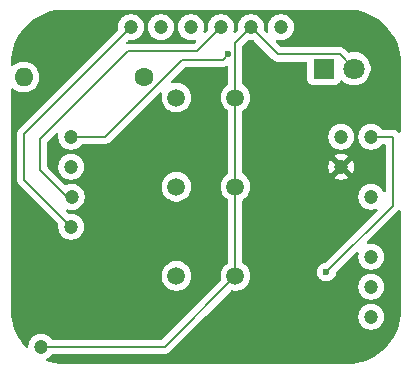
<source format=gbr>
%TF.GenerationSoftware,KiCad,Pcbnew,9.0.1*%
%TF.CreationDate,2025-06-15T21:57:09+03:00*%
%TF.ProjectId,mp3_player,6d70335f-706c-4617-9965-722e6b696361,rev?*%
%TF.SameCoordinates,Original*%
%TF.FileFunction,Copper,L1,Top*%
%TF.FilePolarity,Positive*%
%FSLAX46Y46*%
G04 Gerber Fmt 4.6, Leading zero omitted, Abs format (unit mm)*
G04 Created by KiCad (PCBNEW 9.0.1) date 2025-06-15 21:57:09*
%MOMM*%
%LPD*%
G01*
G04 APERTURE LIST*
%TA.AperFunction,ComponentPad*%
%ADD10C,1.200000*%
%TD*%
%TA.AperFunction,ComponentPad*%
%ADD11C,1.508000*%
%TD*%
%TA.AperFunction,ComponentPad*%
%ADD12C,1.600000*%
%TD*%
%TA.AperFunction,ComponentPad*%
%ADD13O,1.600000X1.600000*%
%TD*%
%TA.AperFunction,ComponentPad*%
%ADD14R,1.800000X1.800000*%
%TD*%
%TA.AperFunction,ComponentPad*%
%ADD15C,1.800000*%
%TD*%
%TA.AperFunction,ViaPad*%
%ADD16C,0.600000*%
%TD*%
%TA.AperFunction,Conductor*%
%ADD17C,0.200000*%
%TD*%
G04 APERTURE END LIST*
D10*
%TO.P,U3,12,GND*%
%TO.N,GND*%
X61061694Y-43099532D03*
%TO.P,U3,11,GND*%
%TO.N,Net-(D1-A)*%
X35661694Y-58339532D03*
%TO.P,U3,10,Vcc*%
%TO.N,+5V*%
X61061694Y-40559532D03*
%TO.P,U3,9,3.3V*%
%TO.N,Net-(U1-Vcc)*%
X38201694Y-40559532D03*
%TO.P,U3,8,IO32*%
%TO.N,Net-(U3-IO32)*%
X63601694Y-50719532D03*
%TO.P,U3,7,IO27*%
%TO.N,Net-(U3-IO27)*%
X63601694Y-55799532D03*
%TO.P,U3,6,IO25*%
%TO.N,Net-(U3-IO25)*%
X63601694Y-53259532D03*
%TO.P,U3,5,IO4*%
%TO.N,Net-(U1-SS)*%
X63601694Y-45639532D03*
%TO.P,U3,4,IO2*%
%TO.N,Net-(U1-SCK)*%
X63601694Y-40559532D03*
%TO.P,U3,3,IO19*%
%TO.N,Net-(U1-MISO)*%
X38201694Y-48179532D03*
%TO.P,U3,2,IO23*%
%TO.N,Net-(U1-MOSI)*%
X38228604Y-45658652D03*
%TO.P,U3,1,IO5*%
%TO.N,Net-(U3-IO5)*%
X38201694Y-43099532D03*
%TD*%
D11*
%TO.P,SW2,1,1*%
%TO.N,Net-(U3-IO27)*%
X47100847Y-52349766D03*
%TO.P,SW2,2,2*%
%TO.N,Net-(D1-A)*%
X52100847Y-52349766D03*
%TD*%
%TO.P,SW3,1,1*%
%TO.N,Net-(U3-IO32)*%
X47100847Y-37249766D03*
%TO.P,SW3,2,2*%
%TO.N,Net-(D1-A)*%
X52100847Y-37249766D03*
%TD*%
D12*
%TO.P,R1,1*%
%TO.N,Net-(U3-IO5)*%
X44345847Y-35500914D03*
D13*
%TO.P,R1,2*%
%TO.N,Net-(D1-K)*%
X34185847Y-35500914D03*
%TD*%
D11*
%TO.P,SW1,1,1*%
%TO.N,Net-(U3-IO25)*%
X47100847Y-44799766D03*
%TO.P,SW1,2,2*%
%TO.N,Net-(D1-A)*%
X52100847Y-44799766D03*
%TD*%
D14*
%TO.P,D1,1,K*%
%TO.N,Net-(D1-K)*%
X59600847Y-34799766D03*
D15*
%TO.P,D1,2,A*%
%TO.N,Net-(D1-A)*%
X62140847Y-34799766D03*
%TD*%
D10*
%TO.P,U1,1,MISO*%
%TO.N,Net-(U1-MISO)*%
X43250847Y-31299766D03*
%TO.P,U1,2,SCK*%
%TO.N,Net-(U1-SCK)*%
X45790847Y-31299766D03*
%TO.P,U1,3,SS*%
%TO.N,Net-(U1-SS)*%
X48330847Y-31299766D03*
%TO.P,U1,4,MOSI*%
%TO.N,Net-(U1-MOSI)*%
X50870847Y-31299766D03*
%TO.P,U1,5,GND*%
%TO.N,Net-(D1-A)*%
X53410847Y-31299766D03*
%TO.P,U1,6,Vcc*%
%TO.N,Net-(U1-Vcc)*%
X55950847Y-31299766D03*
%TD*%
D16*
%TO.N,Net-(U1-Vcc)*%
X51500847Y-33599532D03*
%TO.N,Net-(U1-SCK)*%
X59811271Y-52019109D03*
%TD*%
D17*
%TO.N,Net-(U1-MISO)*%
X34241271Y-40309342D02*
X43250847Y-31299766D01*
X34241271Y-44219109D02*
X34241271Y-40309342D01*
X38201694Y-48179532D02*
X34241271Y-44219109D01*
%TO.N,Net-(U1-MOSI)*%
X48851504Y-33319109D02*
X50870847Y-31299766D01*
%TO.N,Net-(U1-Vcc)*%
X51071270Y-34029109D02*
X47613711Y-34029109D01*
X51500847Y-33599532D02*
X51071270Y-34029109D01*
%TO.N,Net-(U1-MOSI)*%
X35581271Y-40719109D02*
X42981271Y-33319109D01*
%TO.N,Net-(U1-SCK)*%
X65411694Y-40559532D02*
X63601694Y-40559532D01*
%TO.N,Net-(U1-Vcc)*%
X41083288Y-40559532D02*
X38201694Y-40559532D01*
%TO.N,Net-(U1-MOSI)*%
X38228604Y-45658652D02*
X37850814Y-45658652D01*
X42981271Y-33319109D02*
X48851504Y-33319109D01*
%TO.N,Net-(U1-SCK)*%
X65441271Y-40589109D02*
X65411694Y-40559532D01*
X65441271Y-46389109D02*
X65441271Y-40589109D01*
%TO.N,Net-(U1-MOSI)*%
X37850814Y-45658652D02*
X35581271Y-43389109D01*
X35581271Y-43389109D02*
X35581271Y-40719109D01*
%TO.N,Net-(U1-Vcc)*%
X47613711Y-34029109D02*
X41083288Y-40559532D01*
%TO.N,Net-(D1-A)*%
X60939847Y-33598766D02*
X55709847Y-33598766D01*
X46111081Y-58339532D02*
X52100847Y-52349766D01*
X52100847Y-37249766D02*
X52100847Y-44799766D01*
%TO.N,Net-(U1-SCK)*%
X59811271Y-52019109D02*
X65441271Y-46389109D01*
%TO.N,Net-(D1-A)*%
X52100847Y-32609766D02*
X53410847Y-31299766D01*
X55709847Y-33598766D02*
X53410847Y-31299766D01*
X52100847Y-44799766D02*
X52100847Y-52349766D01*
X52100847Y-37249766D02*
X52100847Y-32609766D01*
X35661694Y-58339532D02*
X46111081Y-58339532D01*
X62140847Y-34799766D02*
X60939847Y-33598766D01*
%TD*%
%TA.AperFunction,Conductor*%
%TO.N,GND*%
G36*
X61603549Y-29800383D02*
G01*
X61987621Y-29817152D01*
X61998353Y-29818092D01*
X62376823Y-29867918D01*
X62387442Y-29869790D01*
X62760133Y-29952413D01*
X62770559Y-29955207D01*
X63134612Y-30069992D01*
X63144759Y-30073685D01*
X63497427Y-30219765D01*
X63507218Y-30224331D01*
X63845791Y-30400581D01*
X63855158Y-30405988D01*
X63856747Y-30407001D01*
X64177094Y-30611083D01*
X64185951Y-30617285D01*
X64488779Y-30849653D01*
X64497054Y-30856596D01*
X64778498Y-31114491D01*
X64786141Y-31122135D01*
X65044007Y-31403547D01*
X65050961Y-31411834D01*
X65283333Y-31714667D01*
X65289537Y-31723528D01*
X65313423Y-31761021D01*
X65476306Y-32016696D01*
X65494622Y-32045445D01*
X65500027Y-32054807D01*
X65596952Y-32240997D01*
X65676282Y-32393388D01*
X65680854Y-32403192D01*
X65826928Y-32755845D01*
X65830628Y-32766011D01*
X65945406Y-33130041D01*
X65948206Y-33140489D01*
X66030825Y-33513156D01*
X66032703Y-33523809D01*
X66082525Y-33902238D01*
X66083468Y-33913015D01*
X66100229Y-34296902D01*
X66100347Y-34302311D01*
X66100347Y-40099586D01*
X66094108Y-40120831D01*
X66092529Y-40142919D01*
X66084456Y-40153702D01*
X66080662Y-40166625D01*
X66063930Y-40181123D01*
X66050658Y-40198853D01*
X66038035Y-40203560D01*
X66027858Y-40212380D01*
X66005942Y-40215531D01*
X65985194Y-40223270D01*
X65972032Y-40220407D01*
X65958700Y-40222324D01*
X65938558Y-40213125D01*
X65916921Y-40208419D01*
X65899192Y-40195147D01*
X65895144Y-40193299D01*
X65888666Y-40187268D01*
X65855100Y-40153702D01*
X65809987Y-40108589D01*
X65780410Y-40079012D01*
X65693598Y-40028892D01*
X65693598Y-40028891D01*
X65693594Y-40028890D01*
X65643479Y-39999955D01*
X65490751Y-39959031D01*
X65332637Y-39959031D01*
X65325041Y-39959031D01*
X65325025Y-39959032D01*
X64588879Y-39959032D01*
X64521840Y-39939347D01*
X64488561Y-39907918D01*
X64441108Y-39842604D01*
X64318622Y-39720118D01*
X64178482Y-39618300D01*
X64024139Y-39539659D01*
X63859395Y-39486130D01*
X63859393Y-39486129D01*
X63859392Y-39486129D01*
X63727965Y-39465313D01*
X63688305Y-39459032D01*
X63515083Y-39459032D01*
X63475422Y-39465313D01*
X63343996Y-39486129D01*
X63179246Y-39539660D01*
X63024905Y-39618300D01*
X62944950Y-39676391D01*
X62884766Y-39720118D01*
X62884764Y-39720120D01*
X62884763Y-39720120D01*
X62762282Y-39842601D01*
X62762282Y-39842602D01*
X62762280Y-39842604D01*
X62718553Y-39902788D01*
X62660462Y-39982743D01*
X62581822Y-40137084D01*
X62528291Y-40301834D01*
X62501194Y-40472921D01*
X62501194Y-40646142D01*
X62525272Y-40798169D01*
X62528292Y-40817233D01*
X62581821Y-40981977D01*
X62660462Y-41136320D01*
X62762280Y-41276460D01*
X62884766Y-41398946D01*
X63024906Y-41500764D01*
X63179249Y-41579405D01*
X63343993Y-41632934D01*
X63515083Y-41660032D01*
X63515084Y-41660032D01*
X63688304Y-41660032D01*
X63688305Y-41660032D01*
X63859395Y-41632934D01*
X64024139Y-41579405D01*
X64178482Y-41500764D01*
X64318622Y-41398946D01*
X64441108Y-41276460D01*
X64488562Y-41211145D01*
X64492893Y-41207805D01*
X64495166Y-41202829D01*
X64520265Y-41186698D01*
X64543891Y-41168481D01*
X64550562Y-41167228D01*
X64553944Y-41165055D01*
X64588879Y-41160032D01*
X64716771Y-41160032D01*
X64783810Y-41179717D01*
X64829565Y-41232521D01*
X64840771Y-41284032D01*
X64840771Y-45130800D01*
X64821086Y-45197839D01*
X64768282Y-45243594D01*
X64699124Y-45253538D01*
X64635568Y-45224513D01*
X64606286Y-45187095D01*
X64572681Y-45121143D01*
X64542926Y-45062744D01*
X64441108Y-44922604D01*
X64318622Y-44800118D01*
X64178482Y-44698300D01*
X64024139Y-44619659D01*
X63859395Y-44566130D01*
X63859393Y-44566129D01*
X63859392Y-44566129D01*
X63727965Y-44545313D01*
X63688305Y-44539032D01*
X63515083Y-44539032D01*
X63475422Y-44545313D01*
X63343996Y-44566129D01*
X63179246Y-44619660D01*
X63024905Y-44698300D01*
X62944950Y-44756391D01*
X62884766Y-44800118D01*
X62884764Y-44800120D01*
X62884763Y-44800120D01*
X62762282Y-44922601D01*
X62762282Y-44922602D01*
X62762280Y-44922604D01*
X62718553Y-44982788D01*
X62660462Y-45062743D01*
X62581822Y-45217084D01*
X62581821Y-45217086D01*
X62581821Y-45217087D01*
X62573208Y-45243594D01*
X62528291Y-45381834D01*
X62501194Y-45552921D01*
X62501194Y-45726142D01*
X62525088Y-45877007D01*
X62528292Y-45897233D01*
X62581821Y-46061977D01*
X62660462Y-46216320D01*
X62762280Y-46356460D01*
X62884766Y-46478946D01*
X63024906Y-46580764D01*
X63179249Y-46659405D01*
X63343993Y-46712934D01*
X63515083Y-46740032D01*
X63515084Y-46740032D01*
X63688304Y-46740032D01*
X63688305Y-46740032D01*
X63859395Y-46712934D01*
X63973764Y-46675772D01*
X64043600Y-46673778D01*
X64103433Y-46709857D01*
X64134262Y-46772558D01*
X64126298Y-46841972D01*
X64099759Y-46881385D01*
X59796610Y-51184534D01*
X59735287Y-51218019D01*
X59733121Y-51218470D01*
X59577779Y-51249370D01*
X59577769Y-51249373D01*
X59432098Y-51309711D01*
X59432085Y-51309718D01*
X59300982Y-51397319D01*
X59300978Y-51397322D01*
X59189484Y-51508816D01*
X59189481Y-51508820D01*
X59101880Y-51639923D01*
X59101873Y-51639936D01*
X59041535Y-51785607D01*
X59041532Y-51785619D01*
X59010771Y-51940262D01*
X59010771Y-52097955D01*
X59041532Y-52252598D01*
X59041535Y-52252610D01*
X59101873Y-52398281D01*
X59101880Y-52398294D01*
X59189481Y-52529397D01*
X59189484Y-52529401D01*
X59300978Y-52640895D01*
X59300982Y-52640898D01*
X59432085Y-52728499D01*
X59432098Y-52728506D01*
X59502428Y-52757637D01*
X59577774Y-52788846D01*
X59732424Y-52819608D01*
X59732427Y-52819609D01*
X59732429Y-52819609D01*
X59890115Y-52819609D01*
X59890116Y-52819608D01*
X60044768Y-52788846D01*
X60190450Y-52728503D01*
X60321560Y-52640898D01*
X60433060Y-52529398D01*
X60520665Y-52398288D01*
X60581008Y-52252606D01*
X60600384Y-52155194D01*
X60611909Y-52097259D01*
X60644294Y-52035348D01*
X60645789Y-52033825D01*
X62316873Y-50362741D01*
X62378195Y-50329257D01*
X62447887Y-50334241D01*
X62503820Y-50376113D01*
X62528237Y-50441577D01*
X62527026Y-50469820D01*
X62501194Y-50632920D01*
X62501194Y-50632921D01*
X62501194Y-50806143D01*
X62528292Y-50977233D01*
X62581821Y-51141977D01*
X62660462Y-51296320D01*
X62762280Y-51436460D01*
X62884766Y-51558946D01*
X63024906Y-51660764D01*
X63179249Y-51739405D01*
X63343993Y-51792934D01*
X63515083Y-51820032D01*
X63515084Y-51820032D01*
X63688304Y-51820032D01*
X63688305Y-51820032D01*
X63859395Y-51792934D01*
X64024139Y-51739405D01*
X64178482Y-51660764D01*
X64318622Y-51558946D01*
X64441108Y-51436460D01*
X64542926Y-51296320D01*
X64621567Y-51141977D01*
X64675096Y-50977233D01*
X64702194Y-50806143D01*
X64702194Y-50632921D01*
X64675096Y-50461831D01*
X64621567Y-50297087D01*
X64542926Y-50142744D01*
X64441108Y-50002604D01*
X64318622Y-49880118D01*
X64178482Y-49778300D01*
X64024139Y-49699659D01*
X63859395Y-49646130D01*
X63859393Y-49646129D01*
X63859392Y-49646129D01*
X63727965Y-49625313D01*
X63688305Y-49619032D01*
X63515083Y-49619032D01*
X63351982Y-49644864D01*
X63282689Y-49635909D01*
X63229237Y-49590913D01*
X63208598Y-49524161D01*
X63227323Y-49456848D01*
X63244904Y-49434710D01*
X64413472Y-48266142D01*
X65809984Y-46869630D01*
X65809987Y-46869629D01*
X65888669Y-46790946D01*
X65949991Y-46757464D01*
X65989821Y-46760313D01*
X66019681Y-46762449D01*
X66019682Y-46762449D01*
X66019683Y-46762450D01*
X66075615Y-46804322D01*
X66086076Y-46832370D01*
X66100031Y-46869785D01*
X66100347Y-46878631D01*
X66100347Y-55297059D01*
X66100229Y-55302468D01*
X66083461Y-55686518D01*
X66082518Y-55697294D01*
X66032697Y-56075725D01*
X66030819Y-56086379D01*
X65948202Y-56459040D01*
X65945402Y-56469488D01*
X65830623Y-56833522D01*
X65826923Y-56843688D01*
X65680850Y-57196339D01*
X65676278Y-57206143D01*
X65500031Y-57544709D01*
X65494623Y-57554077D01*
X65289533Y-57876006D01*
X65283328Y-57884868D01*
X65050959Y-58187696D01*
X65044006Y-58195982D01*
X64786127Y-58477409D01*
X64778477Y-58485058D01*
X64497065Y-58742924D01*
X64488778Y-58749878D01*
X64185945Y-58982249D01*
X64177084Y-58988453D01*
X63855167Y-59193538D01*
X63845799Y-59198947D01*
X63507224Y-59375198D01*
X63497420Y-59379770D01*
X63144768Y-59525843D01*
X63134602Y-59529543D01*
X62770569Y-59644322D01*
X62760120Y-59647122D01*
X62387458Y-59729739D01*
X62376805Y-59731617D01*
X61998375Y-59781438D01*
X61987599Y-59782381D01*
X61603573Y-59799148D01*
X61598164Y-59799266D01*
X37603553Y-59799266D01*
X37598144Y-59799148D01*
X37214096Y-59782380D01*
X37203320Y-59781437D01*
X36824890Y-59731615D01*
X36814237Y-59729737D01*
X36441583Y-59647122D01*
X36441575Y-59647120D01*
X36431132Y-59644322D01*
X36160421Y-59558966D01*
X36102405Y-59520034D01*
X36074646Y-59455915D01*
X36085960Y-59386967D01*
X36132753Y-59335081D01*
X36141416Y-59330221D01*
X36238480Y-59280765D01*
X36238479Y-59280765D01*
X36238482Y-59280764D01*
X36378622Y-59178946D01*
X36501108Y-59056460D01*
X36548562Y-58991145D01*
X36603891Y-58948481D01*
X36648879Y-58940032D01*
X46024412Y-58940032D01*
X46024428Y-58940033D01*
X46032024Y-58940033D01*
X46190135Y-58940033D01*
X46190138Y-58940033D01*
X46342866Y-58899109D01*
X46392985Y-58870171D01*
X46479797Y-58820052D01*
X46591601Y-58708248D01*
X46591601Y-58708246D01*
X46601809Y-58698039D01*
X46601811Y-58698036D01*
X49586925Y-55712921D01*
X62501194Y-55712921D01*
X62501194Y-55886143D01*
X62528292Y-56057233D01*
X62581821Y-56221977D01*
X62660462Y-56376320D01*
X62762280Y-56516460D01*
X62884766Y-56638946D01*
X63024906Y-56740764D01*
X63179249Y-56819405D01*
X63343993Y-56872934D01*
X63515083Y-56900032D01*
X63515084Y-56900032D01*
X63688304Y-56900032D01*
X63688305Y-56900032D01*
X63859395Y-56872934D01*
X64024139Y-56819405D01*
X64178482Y-56740764D01*
X64318622Y-56638946D01*
X64441108Y-56516460D01*
X64542926Y-56376320D01*
X64621567Y-56221977D01*
X64675096Y-56057233D01*
X64702194Y-55886143D01*
X64702194Y-55712921D01*
X64675096Y-55541831D01*
X64621567Y-55377087D01*
X64542926Y-55222744D01*
X64441108Y-55082604D01*
X64318622Y-54960118D01*
X64178482Y-54858300D01*
X64024139Y-54779659D01*
X63859395Y-54726130D01*
X63859393Y-54726129D01*
X63859392Y-54726129D01*
X63727965Y-54705313D01*
X63688305Y-54699032D01*
X63515083Y-54699032D01*
X63475422Y-54705313D01*
X63343996Y-54726129D01*
X63179246Y-54779660D01*
X63024905Y-54858300D01*
X62944950Y-54916391D01*
X62884766Y-54960118D01*
X62884764Y-54960120D01*
X62884763Y-54960120D01*
X62762282Y-55082601D01*
X62762282Y-55082602D01*
X62762280Y-55082604D01*
X62718553Y-55142788D01*
X62660462Y-55222743D01*
X62581822Y-55377084D01*
X62528291Y-55541834D01*
X62505376Y-55686516D01*
X62501194Y-55712921D01*
X49586925Y-55712921D01*
X51692975Y-53606871D01*
X51754296Y-53573388D01*
X51802068Y-53573899D01*
X51802272Y-53572614D01*
X52002111Y-53604266D01*
X52002116Y-53604266D01*
X52199583Y-53604266D01*
X52394610Y-53573376D01*
X52396955Y-53572614D01*
X52582408Y-53512357D01*
X52758348Y-53422710D01*
X52863736Y-53346142D01*
X52918093Y-53306650D01*
X52918095Y-53306647D01*
X52918099Y-53306645D01*
X53051823Y-53172921D01*
X62501194Y-53172921D01*
X62501194Y-53346142D01*
X62527519Y-53512357D01*
X62528292Y-53517233D01*
X62581821Y-53681977D01*
X62660462Y-53836320D01*
X62762280Y-53976460D01*
X62884766Y-54098946D01*
X63024906Y-54200764D01*
X63179249Y-54279405D01*
X63343993Y-54332934D01*
X63515083Y-54360032D01*
X63515084Y-54360032D01*
X63688304Y-54360032D01*
X63688305Y-54360032D01*
X63859395Y-54332934D01*
X64024139Y-54279405D01*
X64178482Y-54200764D01*
X64318622Y-54098946D01*
X64441108Y-53976460D01*
X64542926Y-53836320D01*
X64621567Y-53681977D01*
X64675096Y-53517233D01*
X64702194Y-53346143D01*
X64702194Y-53172921D01*
X64675096Y-53001831D01*
X64621567Y-52837087D01*
X64542926Y-52682744D01*
X64441108Y-52542604D01*
X64318622Y-52420118D01*
X64178482Y-52318300D01*
X64024139Y-52239659D01*
X63859395Y-52186130D01*
X63859393Y-52186129D01*
X63859392Y-52186129D01*
X63727965Y-52165313D01*
X63688305Y-52159032D01*
X63515083Y-52159032D01*
X63475422Y-52165313D01*
X63343996Y-52186129D01*
X63179246Y-52239660D01*
X63024905Y-52318300D01*
X62944950Y-52376391D01*
X62884766Y-52420118D01*
X62884764Y-52420120D01*
X62884763Y-52420120D01*
X62762282Y-52542601D01*
X62762282Y-52542602D01*
X62762280Y-52542604D01*
X62718553Y-52602788D01*
X62660462Y-52682743D01*
X62581822Y-52837084D01*
X62528291Y-53001834D01*
X62501194Y-53172921D01*
X53051823Y-53172921D01*
X53057726Y-53167018D01*
X53173791Y-53007267D01*
X53263438Y-52831327D01*
X53324457Y-52643529D01*
X53340442Y-52542604D01*
X53355347Y-52448502D01*
X53355347Y-52251029D01*
X53324457Y-52056002D01*
X53286852Y-51940267D01*
X53263438Y-51868205D01*
X53173791Y-51692265D01*
X53166333Y-51682000D01*
X53057731Y-51532519D01*
X52918093Y-51392881D01*
X52754407Y-51273958D01*
X52755446Y-51272527D01*
X52713680Y-51226359D01*
X52701347Y-51172448D01*
X52701347Y-45977083D01*
X52721032Y-45910044D01*
X52755173Y-45876629D01*
X52754406Y-45875573D01*
X52758343Y-45872712D01*
X52758348Y-45872710D01*
X52918099Y-45756645D01*
X53057726Y-45617018D01*
X53057728Y-45617014D01*
X53057731Y-45617012D01*
X53108626Y-45546958D01*
X53173791Y-45457267D01*
X53263438Y-45281327D01*
X53324457Y-45093529D01*
X53348501Y-44941722D01*
X53355347Y-44898502D01*
X53355347Y-44701029D01*
X53324457Y-44506002D01*
X53304117Y-44443403D01*
X53263438Y-44318205D01*
X53173791Y-44142265D01*
X53115074Y-44061447D01*
X53115073Y-44061444D01*
X53057731Y-43982520D01*
X53057727Y-43982515D01*
X52918093Y-43842881D01*
X52754407Y-43723958D01*
X52755446Y-43722527D01*
X52713680Y-43676359D01*
X52701347Y-43622448D01*
X52701347Y-43012960D01*
X59961694Y-43012960D01*
X59961694Y-43186103D01*
X59988779Y-43357116D01*
X60042286Y-43521791D01*
X60120890Y-43676057D01*
X60125403Y-43682268D01*
X60125403Y-43682269D01*
X60661694Y-43145978D01*
X60661694Y-43152193D01*
X60688953Y-43253926D01*
X60741614Y-43345138D01*
X60816088Y-43419612D01*
X60907300Y-43472273D01*
X61009033Y-43499532D01*
X61015247Y-43499532D01*
X60478955Y-44035821D01*
X60478956Y-44035822D01*
X60485165Y-44040333D01*
X60639436Y-44118940D01*
X60804109Y-44172446D01*
X60975123Y-44199532D01*
X61148265Y-44199532D01*
X61319278Y-44172446D01*
X61483951Y-44118940D01*
X61638219Y-44040335D01*
X61644430Y-44035821D01*
X61644431Y-44035821D01*
X61108142Y-43499532D01*
X61114355Y-43499532D01*
X61216088Y-43472273D01*
X61307300Y-43419612D01*
X61381774Y-43345138D01*
X61434435Y-43253926D01*
X61461694Y-43152193D01*
X61461694Y-43145980D01*
X61997983Y-43682269D01*
X61997983Y-43682268D01*
X62002497Y-43676057D01*
X62081102Y-43521789D01*
X62134608Y-43357116D01*
X62161694Y-43186103D01*
X62161694Y-43012960D01*
X62134608Y-42841947D01*
X62081102Y-42677274D01*
X62002495Y-42523003D01*
X61997984Y-42516794D01*
X61997983Y-42516793D01*
X61461694Y-43053083D01*
X61461694Y-43046871D01*
X61434435Y-42945138D01*
X61381774Y-42853926D01*
X61307300Y-42779452D01*
X61216088Y-42726791D01*
X61114355Y-42699532D01*
X61108141Y-42699532D01*
X61644431Y-42163241D01*
X61638219Y-42158728D01*
X61483953Y-42080124D01*
X61319278Y-42026617D01*
X61148265Y-41999532D01*
X60975123Y-41999532D01*
X60804109Y-42026617D01*
X60639434Y-42080124D01*
X60485174Y-42158725D01*
X60485157Y-42158735D01*
X60478955Y-42163240D01*
X60478955Y-42163241D01*
X61015248Y-42699532D01*
X61009033Y-42699532D01*
X60907300Y-42726791D01*
X60816088Y-42779452D01*
X60741614Y-42853926D01*
X60688953Y-42945138D01*
X60661694Y-43046871D01*
X60661694Y-43053084D01*
X60125403Y-42516793D01*
X60125402Y-42516793D01*
X60120897Y-42522995D01*
X60120887Y-42523012D01*
X60042286Y-42677272D01*
X59988779Y-42841947D01*
X59961694Y-43012960D01*
X52701347Y-43012960D01*
X52701347Y-40472921D01*
X59961194Y-40472921D01*
X59961194Y-40646142D01*
X59985272Y-40798169D01*
X59988292Y-40817233D01*
X60041821Y-40981977D01*
X60120462Y-41136320D01*
X60222280Y-41276460D01*
X60344766Y-41398946D01*
X60484906Y-41500764D01*
X60639249Y-41579405D01*
X60803993Y-41632934D01*
X60975083Y-41660032D01*
X60975084Y-41660032D01*
X61148304Y-41660032D01*
X61148305Y-41660032D01*
X61319395Y-41632934D01*
X61484139Y-41579405D01*
X61638482Y-41500764D01*
X61778622Y-41398946D01*
X61901108Y-41276460D01*
X62002926Y-41136320D01*
X62081567Y-40981977D01*
X62135096Y-40817233D01*
X62162194Y-40646143D01*
X62162194Y-40472921D01*
X62135096Y-40301831D01*
X62081567Y-40137087D01*
X62002926Y-39982744D01*
X61901108Y-39842604D01*
X61778622Y-39720118D01*
X61638482Y-39618300D01*
X61484139Y-39539659D01*
X61319395Y-39486130D01*
X61319393Y-39486129D01*
X61319392Y-39486129D01*
X61187965Y-39465313D01*
X61148305Y-39459032D01*
X60975083Y-39459032D01*
X60935422Y-39465313D01*
X60803996Y-39486129D01*
X60639246Y-39539660D01*
X60484905Y-39618300D01*
X60404950Y-39676391D01*
X60344766Y-39720118D01*
X60344764Y-39720120D01*
X60344763Y-39720120D01*
X60222282Y-39842601D01*
X60222282Y-39842602D01*
X60222280Y-39842604D01*
X60178553Y-39902788D01*
X60120462Y-39982743D01*
X60041822Y-40137084D01*
X59988291Y-40301834D01*
X59961194Y-40472921D01*
X52701347Y-40472921D01*
X52701347Y-38427083D01*
X52721032Y-38360044D01*
X52755173Y-38326629D01*
X52754406Y-38325573D01*
X52758343Y-38322712D01*
X52758348Y-38322710D01*
X52918099Y-38206645D01*
X53057726Y-38067018D01*
X53057728Y-38067014D01*
X53057731Y-38067012D01*
X53108626Y-37996958D01*
X53173791Y-37907267D01*
X53263438Y-37731327D01*
X53324457Y-37543529D01*
X53355347Y-37348502D01*
X53355347Y-37151029D01*
X53324457Y-36956002D01*
X53283254Y-36829193D01*
X53263438Y-36768205D01*
X53173791Y-36592265D01*
X53166333Y-36582000D01*
X53057731Y-36432519D01*
X52918093Y-36292881D01*
X52754407Y-36173958D01*
X52755446Y-36172527D01*
X52713680Y-36126359D01*
X52701347Y-36072448D01*
X52701347Y-32909863D01*
X52721032Y-32842824D01*
X52737666Y-32822182D01*
X52913728Y-32646120D01*
X53137421Y-32422426D01*
X53198742Y-32388943D01*
X53244494Y-32387636D01*
X53324236Y-32400266D01*
X53324238Y-32400266D01*
X53497456Y-32400266D01*
X53497458Y-32400266D01*
X53577197Y-32387636D01*
X53646488Y-32396590D01*
X53684274Y-32422428D01*
X55224986Y-33963140D01*
X55224996Y-33963151D01*
X55229326Y-33967481D01*
X55229327Y-33967482D01*
X55341131Y-34079286D01*
X55341133Y-34079287D01*
X55341137Y-34079290D01*
X55394017Y-34109820D01*
X55394022Y-34109822D01*
X55478056Y-34158340D01*
X55478057Y-34158341D01*
X55478059Y-34158341D01*
X55478062Y-34158343D01*
X55630790Y-34199267D01*
X55630793Y-34199267D01*
X55796500Y-34199267D01*
X55796516Y-34199266D01*
X58076347Y-34199266D01*
X58143386Y-34218951D01*
X58189141Y-34271755D01*
X58200347Y-34323266D01*
X58200347Y-35747636D01*
X58200348Y-35747642D01*
X58206755Y-35807249D01*
X58257049Y-35942094D01*
X58257053Y-35942101D01*
X58343299Y-36057310D01*
X58343302Y-36057313D01*
X58458511Y-36143559D01*
X58458518Y-36143563D01*
X58593364Y-36193857D01*
X58593363Y-36193857D01*
X58600291Y-36194601D01*
X58652974Y-36200266D01*
X60548719Y-36200265D01*
X60608330Y-36193857D01*
X60743178Y-36143562D01*
X60858393Y-36057312D01*
X60944643Y-35942097D01*
X60972276Y-35868009D01*
X60974448Y-35862186D01*
X61016318Y-35806252D01*
X61081783Y-35781834D01*
X61150056Y-35796685D01*
X61178311Y-35817837D01*
X61228483Y-35868009D01*
X61228488Y-35868013D01*
X61319278Y-35933975D01*
X61406825Y-35997581D01*
X61535222Y-36063003D01*
X61603240Y-36097661D01*
X61603243Y-36097662D01*
X61691566Y-36126359D01*
X61812896Y-36165781D01*
X62030625Y-36200266D01*
X62030626Y-36200266D01*
X62251068Y-36200266D01*
X62251069Y-36200266D01*
X62468798Y-36165781D01*
X62678453Y-36097661D01*
X62874869Y-35997581D01*
X63053212Y-35868008D01*
X63209089Y-35712131D01*
X63338662Y-35533788D01*
X63438742Y-35337372D01*
X63506862Y-35127717D01*
X63541347Y-34909988D01*
X63541347Y-34689544D01*
X63506862Y-34471815D01*
X63450961Y-34299766D01*
X63438743Y-34262162D01*
X63438742Y-34262159D01*
X63385843Y-34158341D01*
X63338662Y-34065744D01*
X63322107Y-34042958D01*
X63209094Y-33887407D01*
X63209090Y-33887402D01*
X63053210Y-33731522D01*
X63053205Y-33731518D01*
X62874872Y-33601953D01*
X62874871Y-33601952D01*
X62874869Y-33601951D01*
X62811943Y-33569888D01*
X62678453Y-33501870D01*
X62678450Y-33501869D01*
X62468799Y-33433751D01*
X62312047Y-33408924D01*
X62251069Y-33399266D01*
X62030625Y-33399266D01*
X61987079Y-33406163D01*
X61812892Y-33433751D01*
X61742641Y-33456577D01*
X61672800Y-33458572D01*
X61616643Y-33426327D01*
X61427437Y-33237121D01*
X61427435Y-33237118D01*
X61308564Y-33118247D01*
X61308563Y-33118246D01*
X61221751Y-33068126D01*
X61221751Y-33068125D01*
X61221747Y-33068124D01*
X61171632Y-33039189D01*
X61018904Y-32998265D01*
X60860790Y-32998265D01*
X60853194Y-32998265D01*
X60853178Y-32998266D01*
X56009944Y-32998266D01*
X55942905Y-32978581D01*
X55922263Y-32961947D01*
X55525594Y-32565278D01*
X55492109Y-32503955D01*
X55497093Y-32434263D01*
X55538965Y-32378330D01*
X55604429Y-32353913D01*
X55651589Y-32359665D01*
X55693146Y-32373168D01*
X55864236Y-32400266D01*
X55864237Y-32400266D01*
X56037457Y-32400266D01*
X56037458Y-32400266D01*
X56208548Y-32373168D01*
X56373292Y-32319639D01*
X56527635Y-32240998D01*
X56667775Y-32139180D01*
X56790261Y-32016694D01*
X56892079Y-31876554D01*
X56970720Y-31722211D01*
X57024249Y-31557467D01*
X57051347Y-31386377D01*
X57051347Y-31213155D01*
X57024249Y-31042065D01*
X56970720Y-30877321D01*
X56892079Y-30722978D01*
X56790261Y-30582838D01*
X56667775Y-30460352D01*
X56527635Y-30358534D01*
X56373292Y-30279893D01*
X56208548Y-30226364D01*
X56208546Y-30226363D01*
X56208545Y-30226363D01*
X56077118Y-30205547D01*
X56037458Y-30199266D01*
X55864236Y-30199266D01*
X55824575Y-30205547D01*
X55693149Y-30226363D01*
X55528399Y-30279894D01*
X55374058Y-30358534D01*
X55308743Y-30405989D01*
X55233919Y-30460352D01*
X55233917Y-30460354D01*
X55233916Y-30460354D01*
X55111435Y-30582835D01*
X55111435Y-30582836D01*
X55111433Y-30582838D01*
X55086406Y-30617285D01*
X55009615Y-30722977D01*
X54930975Y-30877318D01*
X54877444Y-31042068D01*
X54864763Y-31122135D01*
X54850347Y-31213155D01*
X54850347Y-31386377D01*
X54856628Y-31426037D01*
X54877444Y-31557464D01*
X54877445Y-31557468D01*
X54890946Y-31599020D01*
X54891127Y-31605387D01*
X54894181Y-31610979D01*
X54892113Y-31639889D01*
X54892941Y-31668861D01*
X54889651Y-31674316D01*
X54889197Y-31680671D01*
X54871827Y-31703872D01*
X54856860Y-31728694D01*
X54851141Y-31731505D01*
X54847325Y-31736604D01*
X54820172Y-31746731D01*
X54794159Y-31759521D01*
X54787829Y-31758794D01*
X54781861Y-31761021D01*
X54753540Y-31754860D01*
X54724745Y-31751556D01*
X54718251Y-31747183D01*
X54713588Y-31746169D01*
X54685334Y-31725018D01*
X54533509Y-31573193D01*
X54500024Y-31511870D01*
X54498717Y-31466118D01*
X54511347Y-31386377D01*
X54511347Y-31213155D01*
X54484249Y-31042065D01*
X54430720Y-30877321D01*
X54352079Y-30722978D01*
X54250261Y-30582838D01*
X54127775Y-30460352D01*
X53987635Y-30358534D01*
X53833292Y-30279893D01*
X53668548Y-30226364D01*
X53668546Y-30226363D01*
X53668545Y-30226363D01*
X53537118Y-30205547D01*
X53497458Y-30199266D01*
X53324236Y-30199266D01*
X53284575Y-30205547D01*
X53153149Y-30226363D01*
X52988399Y-30279894D01*
X52834058Y-30358534D01*
X52768743Y-30405989D01*
X52693919Y-30460352D01*
X52693917Y-30460354D01*
X52693916Y-30460354D01*
X52571435Y-30582835D01*
X52571435Y-30582836D01*
X52571433Y-30582838D01*
X52546406Y-30617285D01*
X52469615Y-30722977D01*
X52390975Y-30877318D01*
X52337444Y-31042068D01*
X52310347Y-31213155D01*
X52310347Y-31386381D01*
X52322975Y-31466113D01*
X52322273Y-31471538D01*
X52324186Y-31476665D01*
X52317843Y-31505820D01*
X52314020Y-31535407D01*
X52310188Y-31541010D01*
X52309334Y-31544938D01*
X52288183Y-31573192D01*
X52136359Y-31725016D01*
X52075037Y-31758501D01*
X52005346Y-31753517D01*
X51949412Y-31711646D01*
X51924995Y-31646181D01*
X51930747Y-31599019D01*
X51944249Y-31557467D01*
X51971347Y-31386377D01*
X51971347Y-31213155D01*
X51944249Y-31042065D01*
X51890720Y-30877321D01*
X51812079Y-30722978D01*
X51710261Y-30582838D01*
X51587775Y-30460352D01*
X51447635Y-30358534D01*
X51293292Y-30279893D01*
X51128548Y-30226364D01*
X51128546Y-30226363D01*
X51128545Y-30226363D01*
X50997118Y-30205547D01*
X50957458Y-30199266D01*
X50784236Y-30199266D01*
X50744575Y-30205547D01*
X50613149Y-30226363D01*
X50448399Y-30279894D01*
X50294058Y-30358534D01*
X50228743Y-30405989D01*
X50153919Y-30460352D01*
X50153917Y-30460354D01*
X50153916Y-30460354D01*
X50031435Y-30582835D01*
X50031435Y-30582836D01*
X50031433Y-30582838D01*
X50006406Y-30617285D01*
X49929615Y-30722977D01*
X49850975Y-30877318D01*
X49797444Y-31042068D01*
X49770347Y-31213155D01*
X49770347Y-31386382D01*
X49782975Y-31466115D01*
X49782273Y-31471539D01*
X49784186Y-31476666D01*
X49777843Y-31505821D01*
X49774020Y-31535408D01*
X49770188Y-31541011D01*
X49769334Y-31544939D01*
X49748183Y-31573193D01*
X49596359Y-31725017D01*
X49535036Y-31758502D01*
X49465344Y-31753518D01*
X49409411Y-31711646D01*
X49384994Y-31646182D01*
X49390747Y-31599019D01*
X49404249Y-31557467D01*
X49431347Y-31386377D01*
X49431347Y-31213155D01*
X49404249Y-31042065D01*
X49350720Y-30877321D01*
X49272079Y-30722978D01*
X49170261Y-30582838D01*
X49047775Y-30460352D01*
X48907635Y-30358534D01*
X48753292Y-30279893D01*
X48588548Y-30226364D01*
X48588546Y-30226363D01*
X48588545Y-30226363D01*
X48457118Y-30205547D01*
X48417458Y-30199266D01*
X48244236Y-30199266D01*
X48204575Y-30205547D01*
X48073149Y-30226363D01*
X47908399Y-30279894D01*
X47754058Y-30358534D01*
X47688743Y-30405989D01*
X47613919Y-30460352D01*
X47613917Y-30460354D01*
X47613916Y-30460354D01*
X47491435Y-30582835D01*
X47491435Y-30582836D01*
X47491433Y-30582838D01*
X47466406Y-30617285D01*
X47389615Y-30722977D01*
X47310975Y-30877318D01*
X47257444Y-31042068D01*
X47244763Y-31122135D01*
X47230347Y-31213155D01*
X47230347Y-31386377D01*
X47238524Y-31438005D01*
X47257444Y-31557463D01*
X47257444Y-31557465D01*
X47257445Y-31557467D01*
X47308523Y-31714669D01*
X47310975Y-31722213D01*
X47389615Y-31876554D01*
X47491433Y-32016694D01*
X47613919Y-32139180D01*
X47754059Y-32240998D01*
X47908402Y-32319639D01*
X48073146Y-32373168D01*
X48244236Y-32400266D01*
X48244237Y-32400266D01*
X48417457Y-32400266D01*
X48417458Y-32400266D01*
X48588548Y-32373168D01*
X48630102Y-32359665D01*
X48699940Y-32357670D01*
X48759773Y-32393750D01*
X48790602Y-32456451D01*
X48782638Y-32525865D01*
X48756100Y-32565277D01*
X48639086Y-32682291D01*
X48577766Y-32715775D01*
X48551407Y-32718609D01*
X42980601Y-32718609D01*
X42913562Y-32698924D01*
X42867807Y-32646120D01*
X42857863Y-32576962D01*
X42886888Y-32513406D01*
X42892905Y-32506942D01*
X42977422Y-32422425D01*
X43038741Y-32388943D01*
X43084494Y-32387636D01*
X43164236Y-32400266D01*
X43164238Y-32400266D01*
X43337457Y-32400266D01*
X43337458Y-32400266D01*
X43508548Y-32373168D01*
X43673292Y-32319639D01*
X43827635Y-32240998D01*
X43967775Y-32139180D01*
X44090261Y-32016694D01*
X44192079Y-31876554D01*
X44270720Y-31722211D01*
X44324249Y-31557467D01*
X44351347Y-31386377D01*
X44351347Y-31213155D01*
X44690347Y-31213155D01*
X44690347Y-31386377D01*
X44698524Y-31438005D01*
X44717444Y-31557463D01*
X44717444Y-31557465D01*
X44717445Y-31557467D01*
X44768523Y-31714669D01*
X44770975Y-31722213D01*
X44849615Y-31876554D01*
X44951433Y-32016694D01*
X45073919Y-32139180D01*
X45214059Y-32240998D01*
X45368402Y-32319639D01*
X45533146Y-32373168D01*
X45704236Y-32400266D01*
X45704237Y-32400266D01*
X45877457Y-32400266D01*
X45877458Y-32400266D01*
X46048548Y-32373168D01*
X46213292Y-32319639D01*
X46367635Y-32240998D01*
X46507775Y-32139180D01*
X46630261Y-32016694D01*
X46732079Y-31876554D01*
X46810720Y-31722211D01*
X46864249Y-31557467D01*
X46891347Y-31386377D01*
X46891347Y-31213155D01*
X46864249Y-31042065D01*
X46810720Y-30877321D01*
X46732079Y-30722978D01*
X46630261Y-30582838D01*
X46507775Y-30460352D01*
X46367635Y-30358534D01*
X46213292Y-30279893D01*
X46048548Y-30226364D01*
X46048546Y-30226363D01*
X46048545Y-30226363D01*
X45917118Y-30205547D01*
X45877458Y-30199266D01*
X45704236Y-30199266D01*
X45664575Y-30205547D01*
X45533149Y-30226363D01*
X45368399Y-30279894D01*
X45214058Y-30358534D01*
X45148743Y-30405989D01*
X45073919Y-30460352D01*
X45073917Y-30460354D01*
X45073916Y-30460354D01*
X44951435Y-30582835D01*
X44951435Y-30582836D01*
X44951433Y-30582838D01*
X44926406Y-30617285D01*
X44849615Y-30722977D01*
X44770975Y-30877318D01*
X44717444Y-31042068D01*
X44704763Y-31122135D01*
X44690347Y-31213155D01*
X44351347Y-31213155D01*
X44324249Y-31042065D01*
X44270720Y-30877321D01*
X44192079Y-30722978D01*
X44090261Y-30582838D01*
X43967775Y-30460352D01*
X43827635Y-30358534D01*
X43673292Y-30279893D01*
X43508548Y-30226364D01*
X43508546Y-30226363D01*
X43508545Y-30226363D01*
X43377118Y-30205547D01*
X43337458Y-30199266D01*
X43164236Y-30199266D01*
X43124575Y-30205547D01*
X42993149Y-30226363D01*
X42828399Y-30279894D01*
X42674058Y-30358534D01*
X42608743Y-30405989D01*
X42533919Y-30460352D01*
X42533917Y-30460354D01*
X42533916Y-30460354D01*
X42411435Y-30582835D01*
X42411435Y-30582836D01*
X42411433Y-30582838D01*
X42386406Y-30617285D01*
X42309615Y-30722977D01*
X42230975Y-30877318D01*
X42177444Y-31042068D01*
X42150347Y-31213155D01*
X42150347Y-31386381D01*
X42162975Y-31466113D01*
X42154020Y-31535407D01*
X42128183Y-31573192D01*
X33872557Y-39828820D01*
X33760752Y-39940624D01*
X33760750Y-39940626D01*
X33750125Y-39959031D01*
X33726498Y-39999955D01*
X33709792Y-40028890D01*
X33681694Y-40077556D01*
X33670099Y-40120831D01*
X33640770Y-40230285D01*
X33640770Y-40230287D01*
X33640770Y-40398388D01*
X33640771Y-40398401D01*
X33640771Y-44132439D01*
X33640770Y-44132457D01*
X33640770Y-44298163D01*
X33640769Y-44298163D01*
X33681694Y-44450894D01*
X33710629Y-44501009D01*
X33710630Y-44501013D01*
X33710631Y-44501013D01*
X33759264Y-44585250D01*
X33760750Y-44587823D01*
X33760752Y-44587826D01*
X33879620Y-44706694D01*
X33879626Y-44706699D01*
X37079030Y-47906103D01*
X37112515Y-47967426D01*
X37113822Y-48013180D01*
X37101194Y-48092921D01*
X37101194Y-48266143D01*
X37128292Y-48437233D01*
X37181821Y-48601977D01*
X37260462Y-48756320D01*
X37362280Y-48896460D01*
X37484766Y-49018946D01*
X37624906Y-49120764D01*
X37779249Y-49199405D01*
X37943993Y-49252934D01*
X38115083Y-49280032D01*
X38115084Y-49280032D01*
X38288304Y-49280032D01*
X38288305Y-49280032D01*
X38459395Y-49252934D01*
X38624139Y-49199405D01*
X38778482Y-49120764D01*
X38918622Y-49018946D01*
X39041108Y-48896460D01*
X39142926Y-48756320D01*
X39221567Y-48601977D01*
X39275096Y-48437233D01*
X39302194Y-48266143D01*
X39302194Y-48092921D01*
X39275096Y-47921831D01*
X39221567Y-47757087D01*
X39142926Y-47602744D01*
X39041108Y-47462604D01*
X38918622Y-47340118D01*
X38778482Y-47238300D01*
X38624139Y-47159659D01*
X38459395Y-47106130D01*
X38459393Y-47106129D01*
X38459392Y-47106129D01*
X38311495Y-47082705D01*
X38288305Y-47079032D01*
X38115083Y-47079032D01*
X38035343Y-47091661D01*
X38029916Y-47090959D01*
X38024792Y-47092871D01*
X37995642Y-47086529D01*
X37966049Y-47082705D01*
X37960445Y-47078873D01*
X37956519Y-47078019D01*
X37928265Y-47056868D01*
X37791811Y-46920414D01*
X37758326Y-46859091D01*
X37763310Y-46789399D01*
X37805182Y-46733466D01*
X37870646Y-46709049D01*
X37917804Y-46714801D01*
X37970903Y-46732054D01*
X38141993Y-46759152D01*
X38141994Y-46759152D01*
X38315214Y-46759152D01*
X38315215Y-46759152D01*
X38486305Y-46732054D01*
X38651049Y-46678525D01*
X38805392Y-46599884D01*
X38945532Y-46498066D01*
X39068018Y-46375580D01*
X39169836Y-46235440D01*
X39248477Y-46081097D01*
X39302006Y-45916353D01*
X39329104Y-45745263D01*
X39329104Y-45572041D01*
X39302006Y-45400951D01*
X39248477Y-45236207D01*
X39169836Y-45081864D01*
X39068018Y-44941724D01*
X38945532Y-44819238D01*
X38805392Y-44717420D01*
X38773223Y-44701029D01*
X45846347Y-44701029D01*
X45846347Y-44898502D01*
X45877236Y-45093529D01*
X45925996Y-45243594D01*
X45938256Y-45281327D01*
X45999210Y-45400954D01*
X46027905Y-45457270D01*
X46143962Y-45617012D01*
X46283600Y-45756650D01*
X46433081Y-45865252D01*
X46443346Y-45872710D01*
X46619286Y-45962357D01*
X46744484Y-46003036D01*
X46807083Y-46023376D01*
X47002111Y-46054266D01*
X47002116Y-46054266D01*
X47199583Y-46054266D01*
X47394610Y-46023376D01*
X47582408Y-45962357D01*
X47758348Y-45872710D01*
X47869881Y-45791677D01*
X47918093Y-45756650D01*
X47918095Y-45756647D01*
X47918099Y-45756645D01*
X48057726Y-45617018D01*
X48057728Y-45617014D01*
X48057731Y-45617012D01*
X48108626Y-45546958D01*
X48173791Y-45457267D01*
X48263438Y-45281327D01*
X48324457Y-45093529D01*
X48348501Y-44941722D01*
X48355347Y-44898502D01*
X48355347Y-44701029D01*
X48324457Y-44506002D01*
X48304117Y-44443403D01*
X48263438Y-44318205D01*
X48173791Y-44142265D01*
X48115072Y-44061444D01*
X48057731Y-43982519D01*
X47918093Y-43842881D01*
X47758351Y-43726824D01*
X47758350Y-43726823D01*
X47758348Y-43726822D01*
X47582408Y-43637175D01*
X47582405Y-43637174D01*
X47394610Y-43576155D01*
X47199583Y-43545266D01*
X47199578Y-43545266D01*
X47002116Y-43545266D01*
X47002111Y-43545266D01*
X46807083Y-43576155D01*
X46619288Y-43637174D01*
X46443342Y-43726824D01*
X46283600Y-43842881D01*
X46143962Y-43982519D01*
X46027905Y-44142261D01*
X45938255Y-44318207D01*
X45877236Y-44506002D01*
X45846347Y-44701029D01*
X38773223Y-44701029D01*
X38651049Y-44638779D01*
X38486305Y-44585250D01*
X38486303Y-44585249D01*
X38486302Y-44585249D01*
X38354875Y-44564433D01*
X38315215Y-44558152D01*
X38141993Y-44558152D01*
X38102332Y-44564433D01*
X37970906Y-44585249D01*
X37806151Y-44638781D01*
X37802957Y-44640409D01*
X37734286Y-44653296D01*
X37669549Y-44627012D01*
X37658995Y-44617598D01*
X36218090Y-43176693D01*
X36203386Y-43149765D01*
X36186794Y-43123947D01*
X36185902Y-43117746D01*
X36184605Y-43115370D01*
X36181771Y-43089012D01*
X36181771Y-43012921D01*
X37101194Y-43012921D01*
X37101194Y-43186142D01*
X37120818Y-43310048D01*
X37128292Y-43357233D01*
X37181821Y-43521977D01*
X37260462Y-43676320D01*
X37362280Y-43816460D01*
X37484766Y-43938946D01*
X37624906Y-44040764D01*
X37779249Y-44119405D01*
X37943993Y-44172934D01*
X38115083Y-44200032D01*
X38115084Y-44200032D01*
X38288304Y-44200032D01*
X38288305Y-44200032D01*
X38459395Y-44172934D01*
X38624139Y-44119405D01*
X38778482Y-44040764D01*
X38918622Y-43938946D01*
X39041108Y-43816460D01*
X39142926Y-43676320D01*
X39221567Y-43521977D01*
X39275096Y-43357233D01*
X39302194Y-43186143D01*
X39302194Y-43012921D01*
X39275096Y-42841831D01*
X39221567Y-42677087D01*
X39142926Y-42522744D01*
X39041108Y-42382604D01*
X38918622Y-42260118D01*
X38778482Y-42158300D01*
X38624139Y-42079659D01*
X38459395Y-42026130D01*
X38459393Y-42026129D01*
X38459392Y-42026129D01*
X38327965Y-42005313D01*
X38288305Y-41999032D01*
X38115083Y-41999032D01*
X38075422Y-42005313D01*
X37943996Y-42026129D01*
X37779246Y-42079660D01*
X37624905Y-42158300D01*
X37544950Y-42216391D01*
X37484766Y-42260118D01*
X37484764Y-42260120D01*
X37484763Y-42260120D01*
X37362282Y-42382601D01*
X37362282Y-42382602D01*
X37362280Y-42382604D01*
X37318553Y-42442788D01*
X37260462Y-42522743D01*
X37181822Y-42677084D01*
X37128291Y-42841834D01*
X37101194Y-43012921D01*
X36181771Y-43012921D01*
X36181771Y-41019206D01*
X36201456Y-40952167D01*
X36218090Y-40931525D01*
X36509563Y-40640052D01*
X36911228Y-40238386D01*
X36972549Y-40204903D01*
X37042240Y-40209887D01*
X37098174Y-40251758D01*
X37122591Y-40317223D01*
X37121380Y-40345466D01*
X37101194Y-40472920D01*
X37101194Y-40646142D01*
X37125272Y-40798169D01*
X37128292Y-40817233D01*
X37181821Y-40981977D01*
X37260462Y-41136320D01*
X37362280Y-41276460D01*
X37484766Y-41398946D01*
X37624906Y-41500764D01*
X37779249Y-41579405D01*
X37943993Y-41632934D01*
X38115083Y-41660032D01*
X38115084Y-41660032D01*
X38288304Y-41660032D01*
X38288305Y-41660032D01*
X38459395Y-41632934D01*
X38624139Y-41579405D01*
X38778482Y-41500764D01*
X38918622Y-41398946D01*
X39041108Y-41276460D01*
X39088562Y-41211145D01*
X39143891Y-41168481D01*
X39188879Y-41160032D01*
X40996619Y-41160032D01*
X40996635Y-41160033D01*
X41004231Y-41160033D01*
X41162342Y-41160033D01*
X41162345Y-41160033D01*
X41315073Y-41119109D01*
X41400776Y-41069628D01*
X41452004Y-41040052D01*
X41563808Y-40928248D01*
X41563808Y-40928246D01*
X41574012Y-40918043D01*
X41574015Y-40918038D01*
X45676234Y-36815820D01*
X45737555Y-36782337D01*
X45807247Y-36787321D01*
X45863180Y-36829193D01*
X45887597Y-36894657D01*
X45881845Y-36941817D01*
X45877237Y-36955998D01*
X45877237Y-36955999D01*
X45846347Y-37151029D01*
X45846347Y-37348502D01*
X45877236Y-37543529D01*
X45938255Y-37731324D01*
X45938256Y-37731327D01*
X46027903Y-37907267D01*
X46027905Y-37907270D01*
X46143962Y-38067012D01*
X46283600Y-38206650D01*
X46433081Y-38315252D01*
X46443346Y-38322710D01*
X46619286Y-38412357D01*
X46744484Y-38453036D01*
X46807083Y-38473376D01*
X47002111Y-38504266D01*
X47002116Y-38504266D01*
X47199583Y-38504266D01*
X47394610Y-38473376D01*
X47582408Y-38412357D01*
X47758348Y-38322710D01*
X47848039Y-38257545D01*
X47918093Y-38206650D01*
X47918095Y-38206647D01*
X47918099Y-38206645D01*
X48057726Y-38067018D01*
X48057728Y-38067014D01*
X48057731Y-38067012D01*
X48108626Y-37996958D01*
X48173791Y-37907267D01*
X48263438Y-37731327D01*
X48324457Y-37543529D01*
X48355347Y-37348502D01*
X48355347Y-37151029D01*
X48324457Y-36956002D01*
X48283254Y-36829193D01*
X48263438Y-36768205D01*
X48173791Y-36592265D01*
X48166333Y-36582000D01*
X48057731Y-36432519D01*
X47918093Y-36292881D01*
X47758351Y-36176824D01*
X47758350Y-36176823D01*
X47758348Y-36176822D01*
X47582408Y-36087175D01*
X47582405Y-36087174D01*
X47394610Y-36026155D01*
X47199583Y-35995266D01*
X47199578Y-35995266D01*
X47002116Y-35995266D01*
X47002111Y-35995266D01*
X46807084Y-36026155D01*
X46792901Y-36030764D01*
X46723060Y-36032758D01*
X46663228Y-35996676D01*
X46632401Y-35933975D01*
X46640367Y-35864561D01*
X46666902Y-35825152D01*
X47826128Y-34665928D01*
X47887451Y-34632443D01*
X47913809Y-34629609D01*
X50984601Y-34629609D01*
X50984617Y-34629610D01*
X50992213Y-34629610D01*
X51150324Y-34629610D01*
X51150327Y-34629610D01*
X51303055Y-34588686D01*
X51314342Y-34582168D01*
X51382240Y-34565693D01*
X51448269Y-34588542D01*
X51491462Y-34643461D01*
X51500347Y-34689553D01*
X51500347Y-36072448D01*
X51480662Y-36139487D01*
X51446522Y-36172905D01*
X51447287Y-36173958D01*
X51283600Y-36292881D01*
X51143962Y-36432519D01*
X51027905Y-36592261D01*
X50938255Y-36768207D01*
X50877236Y-36956002D01*
X50846347Y-37151029D01*
X50846347Y-37348502D01*
X50877236Y-37543529D01*
X50938255Y-37731324D01*
X50938256Y-37731327D01*
X51027903Y-37907267D01*
X51027905Y-37907270D01*
X51143962Y-38067012D01*
X51143968Y-38067018D01*
X51283595Y-38206645D01*
X51443346Y-38322710D01*
X51443350Y-38322712D01*
X51447288Y-38325573D01*
X51446246Y-38327007D01*
X51488006Y-38373156D01*
X51500347Y-38427083D01*
X51500347Y-43622448D01*
X51480662Y-43689487D01*
X51446522Y-43722905D01*
X51447287Y-43723958D01*
X51283600Y-43842881D01*
X51143962Y-43982519D01*
X51027905Y-44142261D01*
X50938255Y-44318207D01*
X50877236Y-44506002D01*
X50846347Y-44701029D01*
X50846347Y-44898502D01*
X50877236Y-45093529D01*
X50925996Y-45243594D01*
X50938256Y-45281327D01*
X50999210Y-45400954D01*
X51027905Y-45457270D01*
X51143962Y-45617012D01*
X51143968Y-45617018D01*
X51283595Y-45756645D01*
X51443346Y-45872710D01*
X51443350Y-45872712D01*
X51447288Y-45875573D01*
X51446246Y-45877007D01*
X51488006Y-45923156D01*
X51500347Y-45977083D01*
X51500347Y-51172448D01*
X51480662Y-51239487D01*
X51446522Y-51272905D01*
X51447287Y-51273958D01*
X51283600Y-51392881D01*
X51143962Y-51532519D01*
X51027905Y-51692261D01*
X50938255Y-51868207D01*
X50877236Y-52056002D01*
X50846347Y-52251029D01*
X50846347Y-52448502D01*
X50877999Y-52648341D01*
X50876254Y-52648617D01*
X50873137Y-52710804D01*
X50843739Y-52757637D01*
X45898665Y-57702713D01*
X45837342Y-57736198D01*
X45810984Y-57739032D01*
X36648879Y-57739032D01*
X36581840Y-57719347D01*
X36548561Y-57687918D01*
X36501108Y-57622604D01*
X36378622Y-57500118D01*
X36238482Y-57398300D01*
X36084139Y-57319659D01*
X35919395Y-57266130D01*
X35919393Y-57266129D01*
X35919392Y-57266129D01*
X35787965Y-57245313D01*
X35748305Y-57239032D01*
X35575083Y-57239032D01*
X35535422Y-57245313D01*
X35403996Y-57266129D01*
X35239246Y-57319660D01*
X35084905Y-57398300D01*
X35004950Y-57456391D01*
X34944766Y-57500118D01*
X34944764Y-57500120D01*
X34944763Y-57500120D01*
X34822282Y-57622601D01*
X34822282Y-57622602D01*
X34822280Y-57622604D01*
X34778553Y-57682788D01*
X34720462Y-57762743D01*
X34641822Y-57917084D01*
X34588291Y-58081834D01*
X34561194Y-58252921D01*
X34561194Y-58317460D01*
X34541509Y-58384499D01*
X34488705Y-58430254D01*
X34419547Y-58440198D01*
X34355991Y-58411173D01*
X34345772Y-58401233D01*
X34157694Y-58195982D01*
X34150740Y-58187695D01*
X33918375Y-57884870D01*
X33912170Y-57876009D01*
X33707076Y-57554075D01*
X33701668Y-57544707D01*
X33525416Y-57206132D01*
X33520850Y-57196339D01*
X33374769Y-56843667D01*
X33371083Y-56833539D01*
X33256295Y-56469476D01*
X33253502Y-56459056D01*
X33170877Y-56086356D01*
X33169006Y-56075741D01*
X33119180Y-55697273D01*
X33118240Y-55686537D01*
X33101464Y-55302300D01*
X33101347Y-55296907D01*
X33101347Y-52251029D01*
X45846347Y-52251029D01*
X45846347Y-52448502D01*
X45877236Y-52643529D01*
X45924452Y-52788844D01*
X45938256Y-52831327D01*
X46025135Y-53001834D01*
X46027905Y-53007270D01*
X46143962Y-53167012D01*
X46283600Y-53306650D01*
X46433081Y-53415252D01*
X46443346Y-53422710D01*
X46619286Y-53512357D01*
X46744484Y-53553036D01*
X46807083Y-53573376D01*
X47002111Y-53604266D01*
X47002116Y-53604266D01*
X47199583Y-53604266D01*
X47394610Y-53573376D01*
X47396955Y-53572614D01*
X47582408Y-53512357D01*
X47758348Y-53422710D01*
X47863736Y-53346142D01*
X47918093Y-53306650D01*
X47918095Y-53306647D01*
X47918099Y-53306645D01*
X48057726Y-53167018D01*
X48057728Y-53167014D01*
X48057731Y-53167012D01*
X48109931Y-53095164D01*
X48173791Y-53007267D01*
X48263438Y-52831327D01*
X48324457Y-52643529D01*
X48340442Y-52542604D01*
X48355347Y-52448502D01*
X48355347Y-52251029D01*
X48324457Y-52056002D01*
X48286852Y-51940267D01*
X48263438Y-51868205D01*
X48173791Y-51692265D01*
X48166333Y-51682000D01*
X48057731Y-51532519D01*
X47918093Y-51392881D01*
X47758351Y-51276824D01*
X47758350Y-51276823D01*
X47758348Y-51276822D01*
X47582408Y-51187175D01*
X47574280Y-51184534D01*
X47394610Y-51126155D01*
X47199583Y-51095266D01*
X47199578Y-51095266D01*
X47002116Y-51095266D01*
X47002111Y-51095266D01*
X46807083Y-51126155D01*
X46619288Y-51187174D01*
X46443342Y-51276824D01*
X46283600Y-51392881D01*
X46143962Y-51532519D01*
X46027905Y-51692261D01*
X45938255Y-51868207D01*
X45877236Y-52056002D01*
X45846347Y-52251029D01*
X33101347Y-52251029D01*
X33101347Y-36554961D01*
X33121032Y-36487922D01*
X33173836Y-36442167D01*
X33242994Y-36432223D01*
X33306550Y-36461248D01*
X33313028Y-36467280D01*
X33338633Y-36492885D01*
X33475415Y-36592261D01*
X33504237Y-36613201D01*
X33620454Y-36672417D01*
X33686623Y-36706132D01*
X33686625Y-36706132D01*
X33686628Y-36706134D01*
X33790984Y-36740041D01*
X33881312Y-36769391D01*
X33982404Y-36785402D01*
X34083495Y-36801414D01*
X34083496Y-36801414D01*
X34288198Y-36801414D01*
X34288199Y-36801414D01*
X34490381Y-36769391D01*
X34685066Y-36706134D01*
X34867457Y-36613201D01*
X34960437Y-36545646D01*
X35033060Y-36492885D01*
X35033062Y-36492882D01*
X35033066Y-36492880D01*
X35177813Y-36348133D01*
X35177815Y-36348129D01*
X35177818Y-36348127D01*
X35230579Y-36275504D01*
X35298134Y-36182524D01*
X35391067Y-36000133D01*
X35454324Y-35805448D01*
X35486347Y-35603266D01*
X35486347Y-35398562D01*
X35454324Y-35196380D01*
X35450125Y-35183458D01*
X35413019Y-35069257D01*
X35391067Y-35001695D01*
X35391065Y-35001692D01*
X35391065Y-35001690D01*
X35344339Y-34909987D01*
X35298134Y-34819304D01*
X35270347Y-34781058D01*
X35177818Y-34653700D01*
X35033060Y-34508942D01*
X34867460Y-34388629D01*
X34867459Y-34388628D01*
X34867457Y-34388627D01*
X34810500Y-34359605D01*
X34685070Y-34295695D01*
X34490381Y-34232436D01*
X34315842Y-34204792D01*
X34288199Y-34200414D01*
X34083495Y-34200414D01*
X34059176Y-34204265D01*
X33881312Y-34232436D01*
X33686623Y-34295695D01*
X33504233Y-34388629D01*
X33338633Y-34508942D01*
X33338629Y-34508946D01*
X33313028Y-34534548D01*
X33293591Y-34545160D01*
X33276858Y-34559661D01*
X33263526Y-34561577D01*
X33251705Y-34568033D01*
X33229618Y-34566453D01*
X33207700Y-34569605D01*
X33195448Y-34564009D01*
X33182013Y-34563049D01*
X33164286Y-34549778D01*
X33144144Y-34540580D01*
X33136861Y-34529248D01*
X33126080Y-34521177D01*
X33118342Y-34500431D01*
X33106370Y-34481802D01*
X33103218Y-34459883D01*
X33101663Y-34455713D01*
X33101347Y-34446867D01*
X33101347Y-34302472D01*
X33101465Y-34297063D01*
X33104224Y-34233874D01*
X33118233Y-33912992D01*
X33119172Y-33902263D01*
X33168999Y-33523796D01*
X33170872Y-33513169D01*
X33253496Y-33140480D01*
X33256294Y-33130042D01*
X33371077Y-32765994D01*
X33374765Y-32755862D01*
X33520851Y-32403179D01*
X33525409Y-32393405D01*
X33701681Y-32054791D01*
X33707063Y-32045470D01*
X33912168Y-31723520D01*
X33918359Y-31714677D01*
X34150744Y-31411828D01*
X34157682Y-31403559D01*
X34415574Y-31122120D01*
X34423200Y-31114494D01*
X34704642Y-30856601D01*
X34712908Y-30849664D01*
X35015758Y-30617278D01*
X35024601Y-30611087D01*
X35346551Y-30405982D01*
X35355872Y-30400600D01*
X35694486Y-30224329D01*
X35704260Y-30219771D01*
X36056945Y-30073684D01*
X36067066Y-30070000D01*
X36431152Y-29955204D01*
X36441552Y-29952417D01*
X36814253Y-29869792D01*
X36824873Y-29867919D01*
X37203342Y-29818093D01*
X37214073Y-29817153D01*
X37598175Y-29800383D01*
X37603568Y-29800266D01*
X37666739Y-29800266D01*
X61534955Y-29800266D01*
X61598141Y-29800266D01*
X61603549Y-29800383D01*
G37*
%TD.AperFunction*%
%TD*%
M02*

</source>
